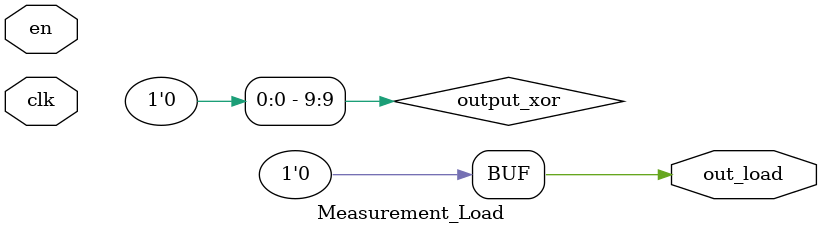
<source format=v>
`timescale 1ns / 1ps

module Measurement_Load(
    input en,
    input clk,
    output out_load
    );

    parameter NUM_OF_MODULES = 9;
    parameter RO_SIZE = 1;
    
    wire [NUM_OF_MODULES:0] outputs_ro;
    //reg [NUM_OF_MODULES:0] outputs_ro_reg;
    reg[NUM_OF_MODULES:0] output_xor = 0;
    wire rst = ~en;
    
    genvar i;
    generate
        for (i = 0; i< NUM_OF_MODULES; i=i+1) begin
            RO #(RO_SIZE) RO_inst(.en(en), .out_ro(outputs_ro[i]));
            //outputs_ro_reg[i] = outputs_ro[i];
        end
    endgenerate
    
    generate
        for (i=1; i<NUM_OF_MODULES; i=i+1) begin 
            always @(posedge clk or posedge rst) begin
                if(rst)
                        output_xor[i] <= 0;
                else
                    output_xor[i] <= outputs_ro[i-1] ^ output_xor[i-1];
            end
        end
        always @(posedge clk or posedge rst) begin
            if(rst)
                output_xor[0] <= 0;
            else
                output_xor[0] <= outputs_ro[NUM_OF_MODULES-1] ^ output_xor[NUM_OF_MODULES-1];
        end
    endgenerate
    
    assign out_load = output_xor[NUM_OF_MODULES];

endmodule
</source>
